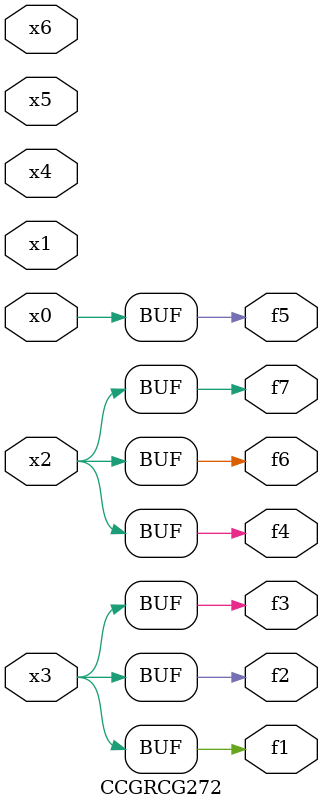
<source format=v>
module CCGRCG272(
	input x0, x1, x2, x3, x4, x5, x6,
	output f1, f2, f3, f4, f5, f6, f7
);
	assign f1 = x3;
	assign f2 = x3;
	assign f3 = x3;
	assign f4 = x2;
	assign f5 = x0;
	assign f6 = x2;
	assign f7 = x2;
endmodule

</source>
